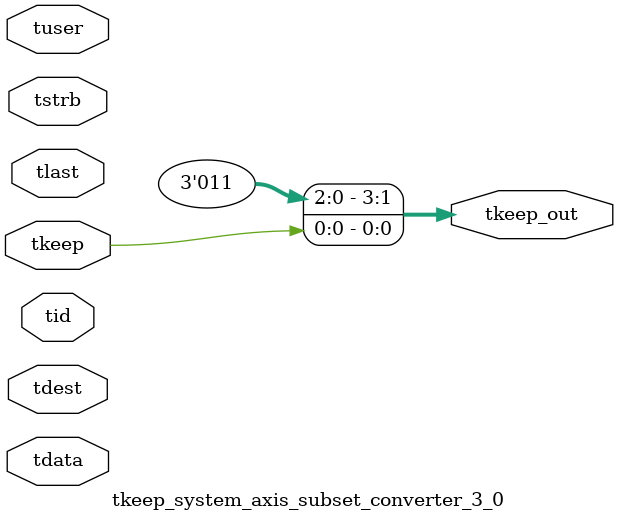
<source format=v>


`timescale 1ps/1ps

module tkeep_system_axis_subset_converter_3_0 #
(
parameter C_S_AXIS_TDATA_WIDTH = 32,
parameter C_S_AXIS_TUSER_WIDTH = 0,
parameter C_S_AXIS_TID_WIDTH   = 0,
parameter C_S_AXIS_TDEST_WIDTH = 0,
parameter C_M_AXIS_TDATA_WIDTH = 32
)
(
input  [(C_S_AXIS_TDATA_WIDTH == 0 ? 1 : C_S_AXIS_TDATA_WIDTH)-1:0     ] tdata,
input  [(C_S_AXIS_TUSER_WIDTH == 0 ? 1 : C_S_AXIS_TUSER_WIDTH)-1:0     ] tuser,
input  [(C_S_AXIS_TID_WIDTH   == 0 ? 1 : C_S_AXIS_TID_WIDTH)-1:0       ] tid,
input  [(C_S_AXIS_TDEST_WIDTH == 0 ? 1 : C_S_AXIS_TDEST_WIDTH)-1:0     ] tdest,
input  [(C_S_AXIS_TDATA_WIDTH/8)-1:0 ] tkeep,
input  [(C_S_AXIS_TDATA_WIDTH/8)-1:0 ] tstrb,
input                                                                    tlast,
output [(C_M_AXIS_TDATA_WIDTH/8)-1:0 ] tkeep_out
);

assign tkeep_out = {2'b11,tkeep[0:0]};

endmodule


</source>
